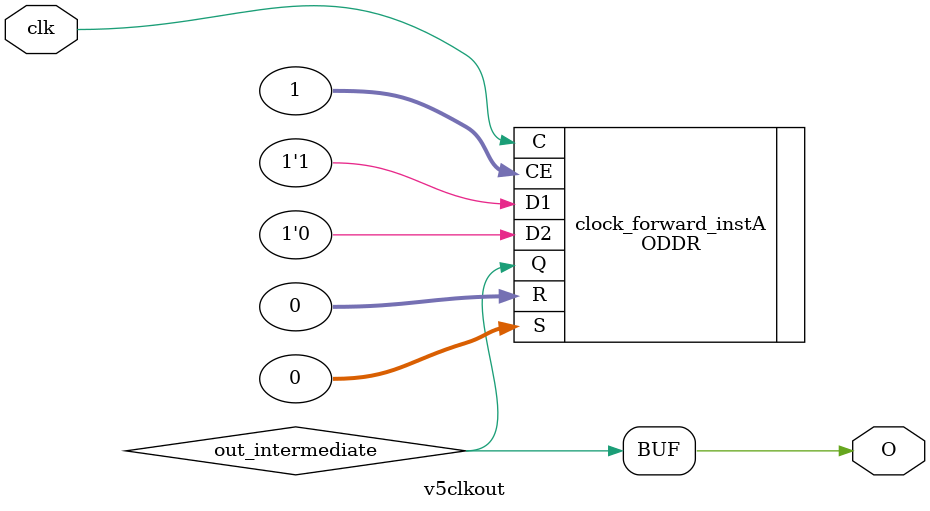
<source format=v>
/* v5clkout
 *
 * Output a clock on a pin using the DDR FF technique.
 * Includes some slightly filthy hack options for delayed clocks
 *
 * Copyright 2020 Matt Evans
 * SPDX-License-Identifier: Apache-2.0 WITH SHL-2.1
 *
 * Licensed under the Solderpad Hardware License v 2.1 (the “License”); you may
 * not use this file except in compliance with the License, or, at your option,
 * the Apache License version 2.0. You may obtain a copy of the License at
 *
 *  https://solderpad.org/licenses/SHL-2.1/
 *
 * Unless required by applicable law or agreed to in writing, any work
 * distributed under the License is distributed on an “AS IS” BASIS, WITHOUT
 * WARRANTIES OR CONDITIONS OF ANY KIND, either express or implied. See the
 * License for the specific language governing permissions and limitations
 * under the License.
 */

//`define MAKE_DELAY yes
//`define INVERT_CLK yes
`define DELAY_VALUE 15  	/* (units of 81.38ps) */
// empirically, 63 is less than 5, about 4.  so 1ns is about 16

// 72MHz is 13.88888ns
// at 270deg (90 behind), clock is 3.47ns behind
// delay 2.47 and it's 1ns behind
// 2.47ns should therefore be... 30-33?
// 72/30 nope

module v5clkout(input wire clk, output wire O);

   wire out_intermediate;
   wire out_delayed;

   (* IOB = "FORCE" *)
   ODDR #(
          .DDR_CLK_EDGE("OPPOSITE_EDGE"),
          .INIT(1'b0),    // Sets initial state of the Q output to 1'b0 or 1'b1
          .SRTYPE("SYNC") // Specifies "SYNC" or "ASYNC" set/reset
          ) clock_forward_instA (
                                 .Q(out_intermediate),     // 1-bit DDR output data
                                 .C(clk),  // 1-bit clock input
                                 .CE(1),      // 1-bit clock enable input
`ifdef INVERT_CLK
                                 .D1(1'b0), // 1-bit data input (associated with rising edge)
                                 .D2(1'b1), // 1-bit data input (associated with falling edge)
`else
                                 .D1(1'b1), // 1-bit data input (associated with rising edge)
                                 .D2(1'b0), // 1-bit data input (associated with falling edge)
`endif
                                 .R(0),   // 1-bit reset input
                                 .S(0)   // 1-bit set input
                                 );

`ifdef MAKE_DELAY
   IODELAY # (
              .DELAY_SRC("O"),
              .IDELAY_TYPE("FIXED"),
              .IDELAY_VALUE(0),
              .ODELAY_VALUE(`DELAY_VALUE),
              .REFCLK_FREQUENCY(192)
              ) IODELAY_INST (.DATAOUT(out_delayed),
                              .IDATAIN(1'b0),
                              .DATAIN(1'b0),
                              .ODATAIN(out_intermediate),
                              .T(1'b0),
                              .CE(1'b0),
                              .INC(1'b0),
                              .C(1'b0),
                              .RST(1'b0));

   assign O  = out_delayed;
`else
   assign O  = out_intermediate;
`endif

endmodule // v5clkout

</source>
